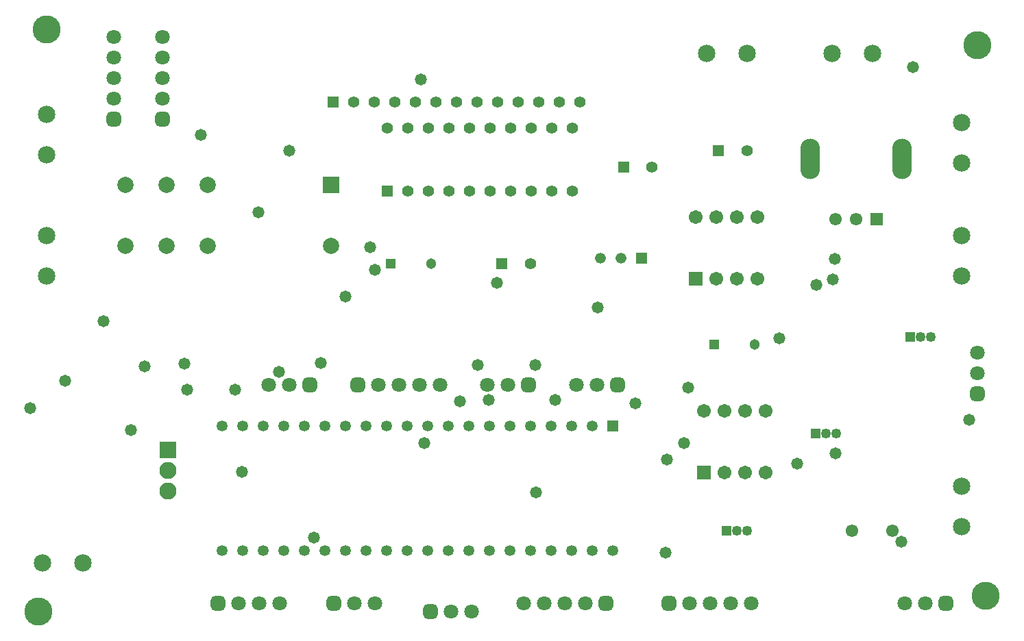
<source format=gbs>
G04*
G04 #@! TF.GenerationSoftware,Altium Limited,Altium Designer,24.2.2 (26)*
G04*
G04 Layer_Color=16711935*
%FSLAX44Y44*%
%MOMM*%
G71*
G04*
G04 #@! TF.SameCoordinates,10A94CF6-3787-4B2F-9572-986175F5FC9A*
G04*
G04*
G04 #@! TF.FilePolarity,Negative*
G04*
G01*
G75*
%ADD25R,1.4032X1.4032*%
%ADD26C,1.4032*%
%ADD27C,2.1532*%
G04:AMPARAMS|DCode=28|XSize=2.4mm|YSize=5mm|CornerRadius=1.2mm|HoleSize=0mm|Usage=FLASHONLY|Rotation=180.000|XOffset=0mm|YOffset=0mm|HoleType=Round|Shape=RoundedRectangle|*
%AMROUNDEDRECTD28*
21,1,2.4000,2.6000,0,0,180.0*
21,1,0.0000,5.0000,0,0,180.0*
1,1,2.4000,0.0000,1.3000*
1,1,2.4000,0.0000,1.3000*
1,1,2.4000,0.0000,-1.3000*
1,1,2.4000,0.0000,-1.3000*
%
%ADD28ROUNDEDRECTD28*%
%ADD29C,1.5500*%
%ADD30R,1.5500X1.5500*%
%ADD31R,1.3932X1.3932*%
%ADD32C,1.3932*%
%ADD33C,1.8032*%
G04:AMPARAMS|DCode=34|XSize=1.8032mm|YSize=1.8032mm|CornerRadius=0.5016mm|HoleSize=0mm|Usage=FLASHONLY|Rotation=90.000|XOffset=0mm|YOffset=0mm|HoleType=Round|Shape=RoundedRectangle|*
%AMROUNDEDRECTD34*
21,1,1.8032,0.8000,0,0,90.0*
21,1,0.8000,1.8032,0,0,90.0*
1,1,1.0032,0.4000,0.4000*
1,1,1.0032,0.4000,-0.4000*
1,1,1.0032,-0.4000,-0.4000*
1,1,1.0032,-0.4000,0.4000*
%
%ADD34ROUNDEDRECTD34*%
%ADD35C,1.3032*%
%ADD36R,1.3032X1.3032*%
%ADD37C,1.7032*%
%ADD38R,1.7032X1.7032*%
%ADD39C,1.2532*%
%ADD40R,1.2532X1.2532*%
%ADD41C,2.1232*%
%ADD42R,2.1232X2.1232*%
G04:AMPARAMS|DCode=43|XSize=1.8032mm|YSize=1.8032mm|CornerRadius=0.5016mm|HoleSize=0mm|Usage=FLASHONLY|Rotation=180.000|XOffset=0mm|YOffset=0mm|HoleType=Round|Shape=RoundedRectangle|*
%AMROUNDEDRECTD43*
21,1,1.8032,0.8000,0,0,180.0*
21,1,0.8000,1.8032,0,0,180.0*
1,1,1.0032,-0.4000,0.4000*
1,1,1.0032,0.4000,0.4000*
1,1,1.0032,0.4000,-0.4000*
1,1,1.0032,-0.4000,-0.4000*
%
%ADD43ROUNDEDRECTD43*%
%ADD44C,1.3332*%
%ADD45R,1.3332X1.3332*%
%ADD46R,2.0000X2.0000*%
%ADD47C,2.0000*%
%ADD48C,1.5532*%
%ADD49C,1.3500*%
%ADD50R,1.3500X1.3500*%
%ADD51C,3.4732*%
%ADD52C,1.4732*%
D25*
X-835700Y640000D02*
D03*
X-477100Y560000D02*
D03*
X-360000Y580000D02*
D03*
X-627500Y440000D02*
D03*
D26*
X-810300Y640000D02*
D03*
X-784900D02*
D03*
X-759500D02*
D03*
X-734100D02*
D03*
X-708700D02*
D03*
X-683300D02*
D03*
X-657900D02*
D03*
X-632500D02*
D03*
X-607100D02*
D03*
X-581700D02*
D03*
X-556300D02*
D03*
X-530900D02*
D03*
X-442100Y560000D02*
D03*
X-325000Y580000D02*
D03*
X-592500Y440000D02*
D03*
D27*
X-1195000Y70000D02*
D03*
X-1145000D02*
D03*
X-170000Y700000D02*
D03*
X-220000D02*
D03*
X-60000Y165000D02*
D03*
Y115000D02*
D03*
Y425000D02*
D03*
Y475000D02*
D03*
X-1190000Y625000D02*
D03*
Y575000D02*
D03*
Y475000D02*
D03*
Y425000D02*
D03*
X-60000Y615000D02*
D03*
Y565000D02*
D03*
X-325000Y700000D02*
D03*
X-375000D02*
D03*
D28*
X-247000Y570000D02*
D03*
X-133000D02*
D03*
D29*
X-215000Y495000D02*
D03*
X-190000D02*
D03*
D30*
X-165000D02*
D03*
D31*
X-769500Y530000D02*
D03*
D32*
X-744100D02*
D03*
X-718700D02*
D03*
X-693300D02*
D03*
X-667900D02*
D03*
X-642500D02*
D03*
X-617100D02*
D03*
X-591700D02*
D03*
X-566300D02*
D03*
X-540900D02*
D03*
Y607800D02*
D03*
X-566300D02*
D03*
X-591700D02*
D03*
X-617100D02*
D03*
X-642500D02*
D03*
X-667900D02*
D03*
X-693300D02*
D03*
X-718700D02*
D03*
X-744100D02*
D03*
X-769500D02*
D03*
D33*
X-1107100Y670000D02*
D03*
Y644600D02*
D03*
Y695400D02*
D03*
Y720800D02*
D03*
X-1047100Y670000D02*
D03*
Y644600D02*
D03*
Y695400D02*
D03*
Y720800D02*
D03*
X-130000Y20000D02*
D03*
X-104600D02*
D03*
X-40000Y330000D02*
D03*
Y304600D02*
D03*
X-370000Y20000D02*
D03*
X-395400D02*
D03*
X-344600D02*
D03*
X-319200D02*
D03*
X-550000D02*
D03*
X-524600D02*
D03*
X-575400D02*
D03*
X-600800D02*
D03*
X-645400Y290000D02*
D03*
X-620000D02*
D03*
X-915400D02*
D03*
X-890000D02*
D03*
X-664600Y10000D02*
D03*
X-690000D02*
D03*
X-754600Y290000D02*
D03*
X-780000D02*
D03*
X-729200D02*
D03*
X-703800D02*
D03*
X-784600Y20000D02*
D03*
X-810000D02*
D03*
X-535400Y290000D02*
D03*
X-510000D02*
D03*
X-901900Y20000D02*
D03*
X-927300D02*
D03*
X-952700D02*
D03*
D34*
X-1107100Y619200D02*
D03*
X-1047100D02*
D03*
X-40000Y279200D02*
D03*
D35*
X-315000Y340000D02*
D03*
X-715000Y440000D02*
D03*
D36*
X-365000Y340000D02*
D03*
X-765000Y440000D02*
D03*
D37*
X-311900Y498100D02*
D03*
X-337300D02*
D03*
X-362700D02*
D03*
X-388100D02*
D03*
X-311900Y421900D02*
D03*
X-337300D02*
D03*
X-362700D02*
D03*
X-301900Y258100D02*
D03*
X-327300D02*
D03*
X-352700D02*
D03*
X-378100D02*
D03*
X-301900Y181900D02*
D03*
X-327300D02*
D03*
X-352700D02*
D03*
D38*
X-388100Y421900D02*
D03*
X-378100Y181900D02*
D03*
D39*
X-214600Y230000D02*
D03*
X-227300D02*
D03*
X-97300Y350000D02*
D03*
X-110000D02*
D03*
X-324600Y110000D02*
D03*
X-337300D02*
D03*
D40*
X-240000Y230000D02*
D03*
X-122700Y350000D02*
D03*
X-350000Y110000D02*
D03*
D41*
X-1040000Y159200D02*
D03*
Y184600D02*
D03*
D42*
Y210000D02*
D03*
D43*
X-79200Y20000D02*
D03*
X-420800D02*
D03*
X-499200D02*
D03*
X-594600Y290000D02*
D03*
X-864600D02*
D03*
X-715400Y10000D02*
D03*
X-805400Y290000D02*
D03*
X-835400Y20000D02*
D03*
X-484600Y290000D02*
D03*
X-978100Y20000D02*
D03*
D44*
X-505400Y447000D02*
D03*
X-480000D02*
D03*
D45*
X-454600D02*
D03*
D46*
X-838500Y537500D02*
D03*
D47*
Y462500D02*
D03*
X-1041500Y537500D02*
D03*
X-990700D02*
D03*
X-1092300D02*
D03*
Y462500D02*
D03*
X-1041500D02*
D03*
X-990700D02*
D03*
D48*
X-195000Y110000D02*
D03*
X-145000D02*
D03*
D49*
X-490600Y85695D02*
D03*
X-516000D02*
D03*
X-541400D02*
D03*
X-566800D02*
D03*
X-592200D02*
D03*
X-617600D02*
D03*
X-643000D02*
D03*
X-668400D02*
D03*
X-693800D02*
D03*
X-719200D02*
D03*
X-744600D02*
D03*
X-770000D02*
D03*
X-795400D02*
D03*
X-820800D02*
D03*
X-846200D02*
D03*
X-871600D02*
D03*
X-897000D02*
D03*
X-922400D02*
D03*
X-947800D02*
D03*
X-973200D02*
D03*
Y240000D02*
D03*
X-947800D02*
D03*
X-922400D02*
D03*
X-897000D02*
D03*
X-871600D02*
D03*
X-846200D02*
D03*
X-820800D02*
D03*
X-795400D02*
D03*
X-770000D02*
D03*
X-744600D02*
D03*
X-719200D02*
D03*
X-693800D02*
D03*
X-668400D02*
D03*
X-643000D02*
D03*
X-617600D02*
D03*
X-592200D02*
D03*
X-566800D02*
D03*
X-541400D02*
D03*
X-516000D02*
D03*
D50*
X-490600D02*
D03*
D51*
X-1200000Y10000D02*
D03*
X-30000Y30000D02*
D03*
X-40000Y710000D02*
D03*
X-1190000Y730000D02*
D03*
D52*
X-1209840Y261637D02*
D03*
X-890352Y579622D02*
D03*
X-1119750Y368802D02*
D03*
X-134194Y96260D02*
D03*
X-425024Y83052D02*
D03*
X-728046Y667760D02*
D03*
X-948772Y182620D02*
D03*
X-239096Y413760D02*
D03*
X-790276Y460750D02*
D03*
X-585298Y157220D02*
D03*
X-1068914Y313684D02*
D03*
X-784688Y433064D02*
D03*
X-999318Y599688D02*
D03*
X-860126Y101848D02*
D03*
X-119716Y683000D02*
D03*
X-423754Y197860D02*
D03*
X-215474Y205734D02*
D03*
X-215982Y446272D02*
D03*
X-821010Y399790D02*
D03*
X-851380Y317494D02*
D03*
X-462870Y267202D02*
D03*
X-902798Y306826D02*
D03*
X-262718Y193288D02*
D03*
X-561676Y272028D02*
D03*
X-643464D02*
D03*
X-1016430Y284380D02*
D03*
X-679532Y269996D02*
D03*
X-633380Y416554D02*
D03*
X-723288Y218688D02*
D03*
X-402418D02*
D03*
X-285070Y347720D02*
D03*
X-657210Y314954D02*
D03*
X-586568D02*
D03*
X-509098Y386328D02*
D03*
X-1167212Y295396D02*
D03*
X-397680Y287180D02*
D03*
X-957408Y284220D02*
D03*
X-218776Y420618D02*
D03*
X-927944Y503930D02*
D03*
X-50130Y247260D02*
D03*
X-1085678Y234944D02*
D03*
X-1019750Y317050D02*
D03*
M02*

</source>
